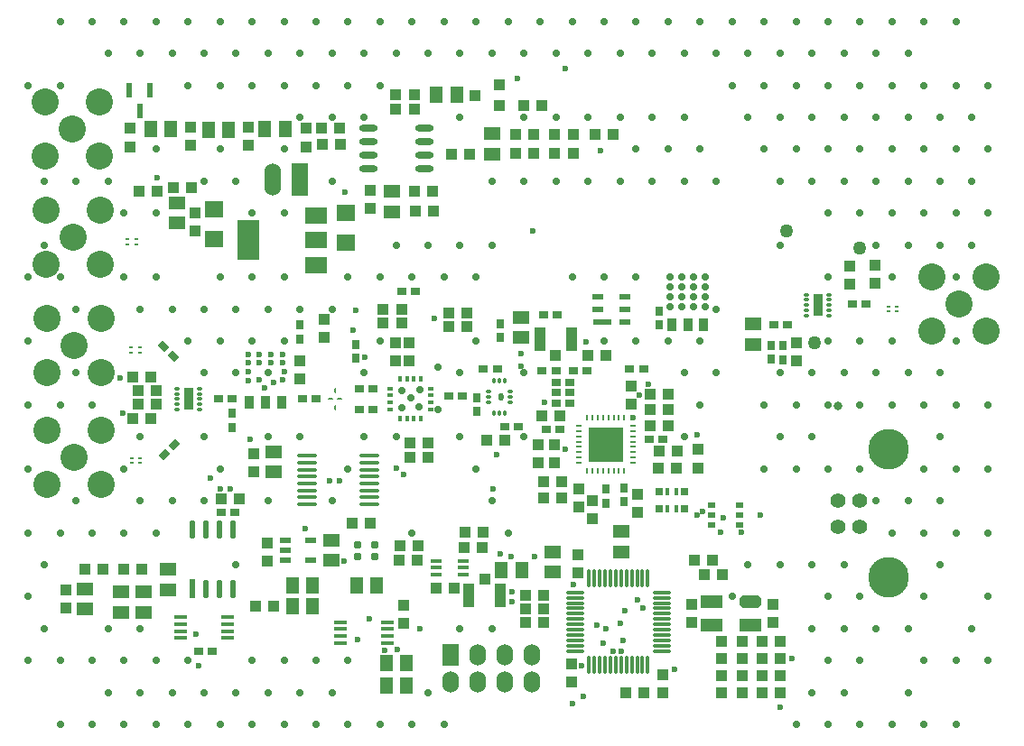
<source format=gbr>
G04 Layer_Color=8388736*
%FSLAX45Y45*%
%MOMM*%
%TF.FileFunction,Soldermask,Top*%
%TF.Part,Single*%
G01*
G75*
%TA.AperFunction,SMDPad,CuDef*%
G04:AMPARAMS|DCode=12|XSize=0.6mm|YSize=0.75mm|CornerRadius=0.15mm|HoleSize=0mm|Usage=FLASHONLY|Rotation=0.000|XOffset=0mm|YOffset=0mm|HoleType=Round|Shape=RoundedRectangle|*
%AMROUNDEDRECTD12*
21,1,0.60000,0.45000,0,0,0.0*
21,1,0.30000,0.75000,0,0,0.0*
1,1,0.30000,0.15000,-0.22500*
1,1,0.30000,-0.15000,-0.22500*
1,1,0.30000,-0.15000,0.22500*
1,1,0.30000,0.15000,0.22500*
%
%ADD12ROUNDEDRECTD12*%
%ADD13O,1.75000X0.30000*%
%ADD14O,0.30000X1.75000*%
%ADD15O,2.00000X0.35000*%
%ADD16R,0.60000X1.40000*%
%ADD17R,2.00660X1.49860*%
%ADD18R,2.00660X3.81000*%
%ADD19O,1.75000X0.60000*%
%ADD20R,1.10000X0.60000*%
%ADD21R,1.00000X1.05000*%
%ADD22R,1.05000X2.20000*%
%ADD23R,0.70000X0.50000*%
%ADD24R,1.01600X1.01600*%
%ADD25O,0.50800X1.77800*%
G04:AMPARAMS|DCode=26|XSize=1.778mm|YSize=0.508mm|CornerRadius=0.0254mm|HoleSize=0mm|Usage=FLASHONLY|Rotation=90.000|XOffset=0mm|YOffset=0mm|HoleType=Round|Shape=RoundedRectangle|*
%AMROUNDEDRECTD26*
21,1,1.77800,0.45720,0,0,90.0*
21,1,1.72720,0.50800,0,0,90.0*
1,1,0.05080,0.22860,0.86360*
1,1,0.05080,0.22860,-0.86360*
1,1,0.05080,-0.22860,-0.86360*
1,1,0.05080,-0.22860,0.86360*
%
%ADD26ROUNDEDRECTD26*%
%ADD27R,1.01600X0.30480*%
%ADD28R,0.65000X0.70000*%
%ADD29R,0.45000X0.70000*%
%ADD30R,1.14300X0.38100*%
%ADD31R,2.00000X1.20000*%
G04:AMPARAMS|DCode=32|XSize=2mm|YSize=1.2mm|CornerRadius=0mm|HoleSize=0mm|Usage=FLASHONLY|Rotation=180.000|XOffset=0mm|YOffset=0mm|HoleType=Round|Shape=Octagon|*
%AMOCTAGOND32*
4,1,8,-1.00000,0.30000,-1.00000,-0.30000,-0.70000,-0.60000,0.70000,-0.60000,1.00000,-0.30000,1.00000,0.30000,0.70000,0.60000,-0.70000,0.60000,-1.00000,0.30000,0.0*
%
%ADD32OCTAGOND32*%

%ADD33R,1.80000X1.60000*%
%ADD34R,1.50000X1.30000*%
%ADD35R,1.30000X1.50000*%
%ADD36R,1.00000X1.10000*%
%ADD37R,1.10000X1.00000*%
%ADD38R,0.70000X0.90000*%
%ADD39R,1.75000X0.60000*%
%ADD40R,1.00000X0.60000*%
%ADD41R,0.90000X2.10000*%
%ADD42O,0.60000X0.30000*%
%ADD43R,0.55000X0.30000*%
%ADD44R,0.30000X0.55000*%
%ADD45R,3.30000X3.30000*%
%ADD46O,0.25000X0.65000*%
%ADD47O,0.65000X0.25000*%
%ADD48O,0.30000X0.60000*%
%ADD49R,0.40000X0.80000*%
%ADD50R,0.90000X1.30000*%
%ADD51R,1.01600X1.01600*%
%ADD52R,0.38000X0.28000*%
G04:AMPARAMS|DCode=53|XSize=0.5mm|YSize=0.25mm|CornerRadius=0.0625mm|HoleSize=0mm|Usage=FLASHONLY|Rotation=90.000|XOffset=0mm|YOffset=0mm|HoleType=Round|Shape=RoundedRectangle|*
%AMROUNDEDRECTD53*
21,1,0.50000,0.12500,0,0,90.0*
21,1,0.37500,0.25000,0,0,90.0*
1,1,0.12500,0.06250,0.18750*
1,1,0.12500,0.06250,-0.18750*
1,1,0.12500,-0.06250,-0.18750*
1,1,0.12500,-0.06250,0.18750*
%
%ADD53ROUNDEDRECTD53*%
G04:AMPARAMS|DCode=54|XSize=0.5mm|YSize=0.25mm|CornerRadius=0.0625mm|HoleSize=0mm|Usage=FLASHONLY|Rotation=0.000|XOffset=0mm|YOffset=0mm|HoleType=Round|Shape=RoundedRectangle|*
%AMROUNDEDRECTD54*
21,1,0.50000,0.12500,0,0,0.0*
21,1,0.37500,0.25000,0,0,0.0*
1,1,0.12500,0.18750,-0.06250*
1,1,0.12500,-0.18750,-0.06250*
1,1,0.12500,-0.18750,0.06250*
1,1,0.12500,0.18750,0.06250*
%
%ADD54ROUNDEDRECTD54*%
%ADD55R,0.90000X0.70000*%
G04:AMPARAMS|DCode=56|XSize=0.7mm|YSize=0.9mm|CornerRadius=0mm|HoleSize=0mm|Usage=FLASHONLY|Rotation=135.000|XOffset=0mm|YOffset=0mm|HoleType=Round|Shape=Rectangle|*
%AMROTATEDRECTD56*
4,1,4,0.56569,0.07071,-0.07071,-0.56569,-0.56569,-0.07071,0.07071,0.56569,0.56569,0.07071,0.0*
%
%ADD56ROTATEDRECTD56*%

G04:AMPARAMS|DCode=57|XSize=0.7mm|YSize=0.9mm|CornerRadius=0mm|HoleSize=0mm|Usage=FLASHONLY|Rotation=225.000|XOffset=0mm|YOffset=0mm|HoleType=Round|Shape=Rectangle|*
%AMROTATEDRECTD57*
4,1,4,-0.07071,0.56569,0.56569,-0.07071,0.07071,-0.56569,-0.56569,0.07071,-0.07071,0.56569,0.0*
%
%ADD57ROTATEDRECTD57*%

%TA.AperFunction,ComponentPad*%
%ADD80C,1.39700*%
%ADD81C,3.81000*%
%ADD83R,1.52400X2.03200*%
%ADD84O,1.52400X2.03200*%
%ADD85R,1.52400X3.04800*%
%ADD86O,1.52400X3.04800*%
%ADD87C,2.54000*%
%TA.AperFunction,ViaPad*%
%ADD89C,0.70000*%
%ADD90C,0.60000*%
%ADD91C,1.27000*%
%ADD104C,0.80320*%
D12*
X3243604Y1902204D02*
D03*
Y1789204D02*
D03*
X3408604D02*
D03*
Y1902204D02*
D03*
D13*
X6097500Y905000D02*
D03*
Y955000D02*
D03*
Y1005000D02*
D03*
Y1055000D02*
D03*
Y1105000D02*
D03*
Y1155000D02*
D03*
Y1205000D02*
D03*
Y1255000D02*
D03*
Y1305000D02*
D03*
Y1355000D02*
D03*
Y1405000D02*
D03*
Y1455000D02*
D03*
X5282500D02*
D03*
Y1405000D02*
D03*
Y1355000D02*
D03*
Y1305000D02*
D03*
Y1255000D02*
D03*
Y1205000D02*
D03*
Y1155000D02*
D03*
Y1105000D02*
D03*
Y1055000D02*
D03*
Y1005000D02*
D03*
Y955000D02*
D03*
Y905000D02*
D03*
D14*
X5965000Y1587500D02*
D03*
X5915000D02*
D03*
X5865000D02*
D03*
X5815000D02*
D03*
X5765000D02*
D03*
X5715000D02*
D03*
X5665000D02*
D03*
X5615000D02*
D03*
X5565000D02*
D03*
X5515000D02*
D03*
X5465000D02*
D03*
X5415000D02*
D03*
Y772500D02*
D03*
X5465000D02*
D03*
X5515000D02*
D03*
X5565000D02*
D03*
X5615000D02*
D03*
X5665000D02*
D03*
X5715000D02*
D03*
X5765000D02*
D03*
X5815000D02*
D03*
X5865000D02*
D03*
X5915000D02*
D03*
X5965000D02*
D03*
D15*
X3350000Y2282500D02*
D03*
Y2347500D02*
D03*
Y2412500D02*
D03*
Y2477500D02*
D03*
Y2542500D02*
D03*
Y2607500D02*
D03*
Y2672500D02*
D03*
Y2737500D02*
D03*
X2770000Y2282500D02*
D03*
Y2347500D02*
D03*
Y2412500D02*
D03*
Y2477500D02*
D03*
Y2542500D02*
D03*
Y2607500D02*
D03*
Y2672500D02*
D03*
Y2737500D02*
D03*
D16*
X1295000Y6165000D02*
D03*
X1105000D02*
D03*
X1200000Y5975000D02*
D03*
D17*
X2851780Y4991140D02*
D03*
Y4760000D02*
D03*
Y4528860D02*
D03*
D18*
X2221860Y4760000D02*
D03*
D19*
X3871102Y5433703D02*
D03*
Y5560703D02*
D03*
Y5687703D02*
D03*
Y5814703D02*
D03*
X3346102Y5433703D02*
D03*
Y5560703D02*
D03*
Y5687703D02*
D03*
Y5814703D02*
D03*
D20*
X2806104Y1945704D02*
D03*
Y1755704D02*
D03*
X2566104D02*
D03*
Y1850704D02*
D03*
Y1945704D02*
D03*
D21*
X4436104Y1575954D02*
D03*
X5100000Y3679750D02*
D03*
D22*
X4583604Y1425704D02*
D03*
X4288604D02*
D03*
X4952500Y3830000D02*
D03*
X5247500D02*
D03*
D23*
X6827500Y2275000D02*
D03*
Y2180000D02*
D03*
Y2085000D02*
D03*
X6562500D02*
D03*
Y2180000D02*
D03*
Y2275000D02*
D03*
D24*
X4570362Y6027683D02*
D03*
Y6220723D02*
D03*
X4346842Y6121663D02*
D03*
D25*
X1698102Y2043603D02*
D03*
X1825102D02*
D03*
X1952102D02*
D03*
X2079102D02*
D03*
Y1484803D02*
D03*
X1952102D02*
D03*
X1825102D02*
D03*
D26*
X1698102D02*
D03*
D27*
X4233104Y1749204D02*
D03*
Y1685704D02*
D03*
Y1622204D02*
D03*
X3979104D02*
D03*
Y1685704D02*
D03*
Y1749204D02*
D03*
D28*
X6070000Y2240000D02*
D03*
Y2400000D02*
D03*
X6310000Y2240000D02*
D03*
Y2400000D02*
D03*
D29*
X6150000Y2240000D02*
D03*
Y2400000D02*
D03*
X6230000Y2240000D02*
D03*
Y2400000D02*
D03*
D30*
X3083601Y1176714D02*
D03*
Y1111690D02*
D03*
Y1046666D02*
D03*
Y981642D02*
D03*
X3523601Y981689D02*
D03*
Y1046713D02*
D03*
Y1111737D02*
D03*
Y1176761D02*
D03*
X2028602Y1026691D02*
D03*
Y1091715D02*
D03*
Y1156739D02*
D03*
Y1221763D02*
D03*
X1588602Y1221715D02*
D03*
Y1156691D02*
D03*
Y1091667D02*
D03*
Y1026643D02*
D03*
D31*
X6930000Y1150000D02*
D03*
X6560000D02*
D03*
Y1370000D02*
D03*
D32*
X6930000D02*
D03*
D33*
X1900000Y4770000D02*
D03*
Y5050000D02*
D03*
X3130000Y5020000D02*
D03*
Y4740000D02*
D03*
D34*
X688602Y1489203D02*
D03*
Y1299203D02*
D03*
X1468602Y1669203D02*
D03*
Y1479203D02*
D03*
X4780000Y4035000D02*
D03*
Y3845000D02*
D03*
X1028602Y1459203D02*
D03*
Y1269203D02*
D03*
X1238602Y1459203D02*
D03*
Y1269203D02*
D03*
X1547500Y4922500D02*
D03*
Y5112500D02*
D03*
X3568602Y5219203D02*
D03*
Y5029203D02*
D03*
X4508602Y5569203D02*
D03*
Y5759203D02*
D03*
X5070000Y1645000D02*
D03*
Y1835000D02*
D03*
X5720000Y2025000D02*
D03*
Y1835000D02*
D03*
X2996103Y1945704D02*
D03*
Y1755704D02*
D03*
X2460000Y2585000D02*
D03*
Y2775000D02*
D03*
X6950000Y3975000D02*
D03*
Y3785000D02*
D03*
D35*
X3515000Y580000D02*
D03*
X3705000D02*
D03*
X2633602Y1324203D02*
D03*
X2823602D02*
D03*
X3233602Y1524203D02*
D03*
X3423602D02*
D03*
X2633602D02*
D03*
X2823602D02*
D03*
X3983602Y6124203D02*
D03*
X4173602D02*
D03*
X1493602Y5804203D02*
D03*
X1303602D02*
D03*
X2033602Y5794203D02*
D03*
X1843602D02*
D03*
X2563602Y5804203D02*
D03*
X2373602D02*
D03*
X4591103Y1665704D02*
D03*
X4781103D02*
D03*
X3705000Y790000D02*
D03*
X3515000D02*
D03*
D36*
X7360000Y3795000D02*
D03*
Y3625000D02*
D03*
X2700000Y3455000D02*
D03*
Y3625000D02*
D03*
X3730000Y3795000D02*
D03*
Y3625000D02*
D03*
X3600000Y3795000D02*
D03*
Y3625000D02*
D03*
X5870000Y2375000D02*
D03*
Y2205000D02*
D03*
X5448602Y2314203D02*
D03*
Y2144203D02*
D03*
X5808602Y3224203D02*
D03*
Y3394203D02*
D03*
X4938602Y2844203D02*
D03*
Y2674203D02*
D03*
X5320001Y2430001D02*
D03*
Y2260002D02*
D03*
X5088602Y2844203D02*
D03*
Y2674203D02*
D03*
X2396103Y1750704D02*
D03*
Y1920704D02*
D03*
X3680000Y1165000D02*
D03*
Y1335000D02*
D03*
X5310000Y1635000D02*
D03*
Y1805000D02*
D03*
X5250000Y785000D02*
D03*
Y615000D02*
D03*
X6110000Y685000D02*
D03*
Y515000D02*
D03*
X6375001Y1170001D02*
D03*
Y1340001D02*
D03*
X7140000Y1345000D02*
D03*
Y1175000D02*
D03*
X1720000Y4845000D02*
D03*
Y5015000D02*
D03*
X2930000Y3845000D02*
D03*
Y4015000D02*
D03*
X2270000Y2585000D02*
D03*
Y2755000D02*
D03*
X7855000Y4350000D02*
D03*
Y4520000D02*
D03*
X3358602Y5059203D02*
D03*
Y5229203D02*
D03*
X1678602Y5649203D02*
D03*
Y5819203D02*
D03*
X2218602Y5649203D02*
D03*
Y5819203D02*
D03*
X508602Y1479203D02*
D03*
Y1309203D02*
D03*
X8095000Y4360000D02*
D03*
Y4530000D02*
D03*
X2758602Y5809203D02*
D03*
Y5639203D02*
D03*
X1108602Y5809203D02*
D03*
Y5639203D02*
D03*
X6440000Y2625000D02*
D03*
Y2795000D02*
D03*
D37*
X3655000Y3980000D02*
D03*
X3485000D02*
D03*
X3735000Y2720000D02*
D03*
X3905000D02*
D03*
X3735000Y2860000D02*
D03*
X3905000D02*
D03*
X5143602Y3109203D02*
D03*
X4973602D02*
D03*
X6073602Y2779203D02*
D03*
X6243602D02*
D03*
X5155001Y2345001D02*
D03*
X4985001D02*
D03*
X6155001Y3170002D02*
D03*
X5985001D02*
D03*
X5985001Y3020002D02*
D03*
X6155001D02*
D03*
X1965000Y2330000D02*
D03*
X2135000D02*
D03*
X3631103Y1755704D02*
D03*
X3801103D02*
D03*
X4425000Y2020000D02*
D03*
X4255000D02*
D03*
X4245000Y1880000D02*
D03*
X4415000D02*
D03*
X3811104Y1895704D02*
D03*
X3641104D02*
D03*
X3191103Y2105704D02*
D03*
X3361103D02*
D03*
X6495000Y1620000D02*
D03*
X6665000D02*
D03*
X1517500Y5257500D02*
D03*
X1687500D02*
D03*
X1365000Y5220000D02*
D03*
X1195000D02*
D03*
X4623607Y2884205D02*
D03*
X4453607D02*
D03*
X1355000Y3350000D02*
D03*
X1185000D02*
D03*
X1355000Y3220000D02*
D03*
X1185000D02*
D03*
X6405000Y1760000D02*
D03*
X6575000D02*
D03*
X4265000Y3950000D02*
D03*
X4095000D02*
D03*
X4265000Y4080000D02*
D03*
X4095000D02*
D03*
X3603602Y5994203D02*
D03*
X3773602D02*
D03*
Y6124203D02*
D03*
X3603602D02*
D03*
X3073602Y5814203D02*
D03*
X2903602D02*
D03*
X3953602Y5034203D02*
D03*
X3783602D02*
D03*
X3083602Y5664203D02*
D03*
X2913602D02*
D03*
X4123602Y5564203D02*
D03*
X4293602D02*
D03*
X3943602Y5224203D02*
D03*
X3773602D02*
D03*
X5643602Y5754203D02*
D03*
X5473602D02*
D03*
X4723602D02*
D03*
X4893602D02*
D03*
X5155001Y2495002D02*
D03*
X4985001D02*
D03*
X5988602Y3314203D02*
D03*
X6158602D02*
D03*
X6230001Y2620001D02*
D03*
X6060001D02*
D03*
X2453602Y1324203D02*
D03*
X2283602D02*
D03*
X853602Y1674203D02*
D03*
X683602D02*
D03*
X1223602D02*
D03*
X1053602D02*
D03*
X4151104Y1495704D02*
D03*
X3981104D02*
D03*
X7209599Y515402D02*
D03*
X7039599D02*
D03*
X7209599Y675401D02*
D03*
X7039599D02*
D03*
X7209599Y835401D02*
D03*
X7039599D02*
D03*
X7209599Y995402D02*
D03*
X7039599D02*
D03*
X5755000Y510000D02*
D03*
X5925000D02*
D03*
X4815000Y1430000D02*
D03*
X4985000D02*
D03*
X4815000Y1300000D02*
D03*
X4985000D02*
D03*
X4815000Y1170000D02*
D03*
X4985000D02*
D03*
X3655000Y4110000D02*
D03*
X3485000D02*
D03*
X4803602Y6024203D02*
D03*
X4973602D02*
D03*
X5263602Y5754203D02*
D03*
X5093602D02*
D03*
X5263602Y5574203D02*
D03*
X5093602D02*
D03*
X4893602D02*
D03*
X4723602D02*
D03*
X1305000Y3480000D02*
D03*
X1135000D02*
D03*
X1135000Y3090000D02*
D03*
X1305000D02*
D03*
X5405000Y3680000D02*
D03*
X5575000D02*
D03*
D38*
X3230000Y3655000D02*
D03*
Y3785000D02*
D03*
X2700000Y3965000D02*
D03*
Y3835000D02*
D03*
X5745001Y2435002D02*
D03*
Y2305002D02*
D03*
X4580000Y3975000D02*
D03*
Y3845000D02*
D03*
X2070000Y3135000D02*
D03*
Y3005000D02*
D03*
X4360000Y3285000D02*
D03*
Y3155000D02*
D03*
X5568602Y2424203D02*
D03*
Y2294203D02*
D03*
X6070000Y3965000D02*
D03*
Y4095000D02*
D03*
X7120000Y3645000D02*
D03*
Y3775000D02*
D03*
X7230000Y3640000D02*
D03*
Y3770000D02*
D03*
D39*
X5537500Y3990000D02*
D03*
D40*
X5500000Y4110000D02*
D03*
Y4230000D02*
D03*
X5750000D02*
D03*
Y4110000D02*
D03*
Y3990000D02*
D03*
D41*
X7560000Y4150000D02*
D03*
X1658601Y3269201D02*
D03*
D42*
X7665000Y4250000D02*
D03*
Y4200000D02*
D03*
Y4150000D02*
D03*
Y4100000D02*
D03*
Y4050000D02*
D03*
X7455000D02*
D03*
Y4100000D02*
D03*
Y4150000D02*
D03*
Y4200000D02*
D03*
Y4250000D02*
D03*
X4468605Y3339204D02*
D03*
Y3289204D02*
D03*
Y3239204D02*
D03*
X4678605D02*
D03*
Y3289204D02*
D03*
Y3339204D02*
D03*
X1763601Y3369202D02*
D03*
Y3319201D02*
D03*
Y3269201D02*
D03*
Y3219201D02*
D03*
Y3169201D02*
D03*
X1553601D02*
D03*
Y3219201D02*
D03*
Y3269201D02*
D03*
Y3319201D02*
D03*
Y3369202D02*
D03*
D43*
X3927500Y3172500D02*
D03*
Y3237500D02*
D03*
X3930000Y3302500D02*
D03*
X3930000Y3367500D02*
D03*
X3550000D02*
D03*
Y3302500D02*
D03*
Y3237500D02*
D03*
Y3172500D02*
D03*
D44*
X3837500Y3457500D02*
D03*
X3772500D02*
D03*
X3707500D02*
D03*
X3642500D02*
D03*
Y3082500D02*
D03*
X3707500D02*
D03*
X3772500D02*
D03*
X3837500D02*
D03*
D45*
X5570001Y2845001D02*
D03*
D46*
X5745001Y2592501D02*
D03*
X5695001D02*
D03*
X5645001D02*
D03*
X5595002D02*
D03*
X5545001D02*
D03*
X5495001D02*
D03*
X5445001D02*
D03*
X5395001D02*
D03*
Y3097501D02*
D03*
X5445001D02*
D03*
X5495001D02*
D03*
X5545001D02*
D03*
X5595002D02*
D03*
X5645001D02*
D03*
X5695001D02*
D03*
X5745001D02*
D03*
D47*
X5317501Y2670001D02*
D03*
Y2720001D02*
D03*
Y2770001D02*
D03*
Y2820001D02*
D03*
Y2870001D02*
D03*
Y2920001D02*
D03*
Y2970001D02*
D03*
Y3020001D02*
D03*
X5822501D02*
D03*
Y2970001D02*
D03*
Y2920001D02*
D03*
Y2870001D02*
D03*
Y2820001D02*
D03*
Y2770001D02*
D03*
Y2720001D02*
D03*
Y2670001D02*
D03*
D48*
X4623605Y3444204D02*
D03*
X4573605D02*
D03*
X4523605D02*
D03*
Y3134204D02*
D03*
X4573605D02*
D03*
X4623605D02*
D03*
D49*
X4593605Y3289204D02*
D03*
D50*
X2230000Y3237500D02*
D03*
X2530000D02*
D03*
X2380000D02*
D03*
X6340000Y3967500D02*
D03*
X6490000D02*
D03*
X6190000D02*
D03*
D51*
X6655539Y675401D02*
D03*
X6853659D02*
D03*
X6655539Y515402D02*
D03*
X6853659D02*
D03*
X6655539Y835401D02*
D03*
X6853659D02*
D03*
X6655539Y995402D02*
D03*
X6853659D02*
D03*
D52*
X1207500Y2667500D02*
D03*
X1127500D02*
D03*
Y2717500D02*
D03*
X1207500D02*
D03*
X1167500Y4717500D02*
D03*
X1087500D02*
D03*
Y4767500D02*
D03*
X1167500D02*
D03*
X8300000Y4090000D02*
D03*
X8220000D02*
D03*
Y4140000D02*
D03*
X8300000D02*
D03*
X1202500Y3702500D02*
D03*
X1122500D02*
D03*
Y3752500D02*
D03*
X1202500D02*
D03*
D53*
X3033601Y3186702D02*
D03*
Y3351702D02*
D03*
D54*
X2988601Y3269202D02*
D03*
X3078601D02*
D03*
D55*
X5980001Y2895002D02*
D03*
X6110001D02*
D03*
X5143602Y2989203D02*
D03*
X5013602D02*
D03*
X5925000Y3550000D02*
D03*
X5795000D02*
D03*
X5103602Y3329203D02*
D03*
X5233602D02*
D03*
X5103602Y3429203D02*
D03*
X5233602D02*
D03*
X1965000Y2210000D02*
D03*
X2095000D02*
D03*
X4623606Y3009205D02*
D03*
X4753606D02*
D03*
X3388602Y3364203D02*
D03*
X3258602D02*
D03*
X2070000Y3269201D02*
D03*
X1940000D02*
D03*
X2855000Y3270000D02*
D03*
X2725000D02*
D03*
X3387500Y3175000D02*
D03*
X3257500D02*
D03*
X4225000Y3300000D02*
D03*
X4095000D02*
D03*
X3785000Y4280000D02*
D03*
X3655000D02*
D03*
X8015000Y4160000D02*
D03*
X7885000D02*
D03*
X5233602Y3229203D02*
D03*
X5103602D02*
D03*
X5263602Y3539203D02*
D03*
X5393602D02*
D03*
X4973602D02*
D03*
X5103602D02*
D03*
X1755000Y900000D02*
D03*
X1885000D02*
D03*
X7275000Y3970000D02*
D03*
X7145000D02*
D03*
X5115000Y4060000D02*
D03*
X4985000D02*
D03*
X4555000Y3550000D02*
D03*
X4425000D02*
D03*
D56*
X1431538Y2749038D02*
D03*
X1523462Y2840962D02*
D03*
D57*
X1424038Y3763462D02*
D03*
X1515962Y3671539D02*
D03*
D80*
X7950000Y2319999D02*
D03*
X7750001D02*
D03*
X7749998Y2070000D02*
D03*
X7950000D02*
D03*
D81*
X8221000Y1593001D02*
D03*
Y2797001D02*
D03*
D83*
X4119000Y867000D02*
D03*
D84*
Y613000D02*
D03*
X4373000Y867000D02*
D03*
Y613000D02*
D03*
X4627000Y867000D02*
D03*
Y613000D02*
D03*
X4881000Y867000D02*
D03*
Y613000D02*
D03*
D85*
X2700000Y5330000D02*
D03*
D86*
X2446000D02*
D03*
D87*
X568602Y5804203D02*
D03*
X314602Y6058203D02*
D03*
Y5550203D02*
D03*
X822602D02*
D03*
Y6058203D02*
D03*
X583600Y2724201D02*
D03*
X329600Y2978201D02*
D03*
Y2470201D02*
D03*
X837600D02*
D03*
Y2978201D02*
D03*
X573602Y4789203D02*
D03*
X319602Y5043203D02*
D03*
Y4535203D02*
D03*
X827602D02*
D03*
Y5043203D02*
D03*
X583601Y3769202D02*
D03*
X329601Y4023202D02*
D03*
Y3515202D02*
D03*
X837601D02*
D03*
Y4023202D02*
D03*
X8885000Y4160000D02*
D03*
X8631000Y4414000D02*
D03*
Y3906000D02*
D03*
X9139000D02*
D03*
Y4414000D02*
D03*
D89*
X9154988Y6214999D02*
D03*
Y5614999D02*
D03*
Y5014999D02*
D03*
Y3215000D02*
D03*
Y2615000D02*
D03*
Y2015000D02*
D03*
Y1415000D02*
D03*
Y815001D02*
D03*
X8854988Y6814999D02*
D03*
Y6214999D02*
D03*
X9004988Y5914999D02*
D03*
X8854988Y5614999D02*
D03*
X9004988Y5314999D02*
D03*
X8854988Y5014999D02*
D03*
X9004988Y4714999D02*
D03*
X8854988Y4415000D02*
D03*
Y3815000D02*
D03*
Y3215000D02*
D03*
Y2615000D02*
D03*
Y2015000D02*
D03*
X9004988Y1115001D02*
D03*
X8854988Y815001D02*
D03*
Y215001D02*
D03*
X8554988Y6814999D02*
D03*
Y6214999D02*
D03*
X8704988Y5914999D02*
D03*
X8554988Y5614999D02*
D03*
X8704988Y5314999D02*
D03*
X8554988Y5014999D02*
D03*
X8704988Y4714999D02*
D03*
Y3515000D02*
D03*
X8554988Y3215000D02*
D03*
X8704988Y2915000D02*
D03*
X8554988Y2615000D02*
D03*
X8704988Y2315000D02*
D03*
X8554988Y2015000D02*
D03*
X8704988Y1715000D02*
D03*
X8554988Y1415000D02*
D03*
Y815001D02*
D03*
Y215001D02*
D03*
X8254988Y6814999D02*
D03*
X8404988Y6514999D02*
D03*
X8254988Y6214999D02*
D03*
X8404988Y5914999D02*
D03*
X8254988Y5614999D02*
D03*
X8404988Y5314999D02*
D03*
X8254988Y5014999D02*
D03*
X8404988Y4714999D02*
D03*
X8254988Y4415000D02*
D03*
Y3815000D02*
D03*
X8404988Y3515000D02*
D03*
X8254988Y3215000D02*
D03*
X8404988Y2315000D02*
D03*
X8254988Y2015000D02*
D03*
X8404988Y1115001D02*
D03*
Y515001D02*
D03*
X8254988Y215001D02*
D03*
X7954988Y6814999D02*
D03*
X8104988Y6514999D02*
D03*
X7954988Y6214999D02*
D03*
X8104988Y5914999D02*
D03*
X7954988Y5614999D02*
D03*
X8104988Y5314999D02*
D03*
X7954988Y5014999D02*
D03*
X8104988Y4714999D02*
D03*
X7954988Y3815000D02*
D03*
X8104988Y3515000D02*
D03*
X7954988Y3215000D02*
D03*
Y2615000D02*
D03*
X8104988Y2315000D02*
D03*
X7954988Y1415000D02*
D03*
X8104988Y1115001D02*
D03*
X7954988Y815001D02*
D03*
Y215001D02*
D03*
X7654988Y6814999D02*
D03*
X7804988Y6514999D02*
D03*
X7654988Y6214999D02*
D03*
X7804988Y5914999D02*
D03*
X7654988Y5614999D02*
D03*
X7804988Y5314999D02*
D03*
X7654988Y5014999D02*
D03*
Y4415000D02*
D03*
Y3815000D02*
D03*
X7804988Y3515000D02*
D03*
X7654988Y3215000D02*
D03*
Y2615000D02*
D03*
X7804988Y1715000D02*
D03*
X7654988Y1415000D02*
D03*
X7804988Y1115001D02*
D03*
X7654988Y815001D02*
D03*
X7804988Y515001D02*
D03*
X7654988Y215001D02*
D03*
X7354988Y6814999D02*
D03*
X7504988Y6514999D02*
D03*
X7354988Y6214999D02*
D03*
X7504988Y5914999D02*
D03*
X7354988Y5614999D02*
D03*
X7504988Y5314999D02*
D03*
Y3515000D02*
D03*
X7354988Y3215000D02*
D03*
X7504988Y2915000D02*
D03*
X7354988Y2615000D02*
D03*
X7504988Y1715000D02*
D03*
Y1115001D02*
D03*
Y515001D02*
D03*
X7354988Y215001D02*
D03*
X7054988Y6814999D02*
D03*
X7204988Y6514999D02*
D03*
X7054988Y6214999D02*
D03*
X7204988Y5914999D02*
D03*
X7054988Y5614999D02*
D03*
X7204988Y5314999D02*
D03*
Y4714999D02*
D03*
Y3515000D02*
D03*
X7054988Y3215000D02*
D03*
X7204988Y2915000D02*
D03*
X7054988Y2615000D02*
D03*
X7204988Y1715000D02*
D03*
X6754988Y6814999D02*
D03*
X6904988Y6514999D02*
D03*
X6754988Y6214999D02*
D03*
X6904988Y5914999D02*
D03*
Y1715000D02*
D03*
X6754988Y1415000D02*
D03*
X6454988Y6814999D02*
D03*
X6604988Y6514999D02*
D03*
X6454988Y5614999D02*
D03*
X6604988Y5314999D02*
D03*
Y4115000D02*
D03*
X6454988Y3815000D02*
D03*
X6604988Y3515000D02*
D03*
X6454988Y3215000D02*
D03*
X6154988Y6814999D02*
D03*
X6304988Y6514999D02*
D03*
Y5914999D02*
D03*
X6154988Y5614999D02*
D03*
X6304988Y5314999D02*
D03*
X6154988Y3815000D02*
D03*
X6304988Y3515000D02*
D03*
Y2915000D02*
D03*
X5854989Y6814999D02*
D03*
X6004988Y6514999D02*
D03*
Y5914999D02*
D03*
X5854989Y5614999D02*
D03*
X6004988Y5314999D02*
D03*
X5854989Y4415000D02*
D03*
Y3815000D02*
D03*
X5554989Y6814999D02*
D03*
X5704989Y6514999D02*
D03*
Y5914999D02*
D03*
Y5314999D02*
D03*
X5554989Y4415000D02*
D03*
Y3815000D02*
D03*
X5254989Y6814999D02*
D03*
X5404989Y6514999D02*
D03*
Y5914999D02*
D03*
Y5314999D02*
D03*
X5254989Y4415000D02*
D03*
X4954989Y6814999D02*
D03*
X5104989Y6514999D02*
D03*
Y5914999D02*
D03*
Y5314999D02*
D03*
X4654989Y6814999D02*
D03*
X4804989Y6514999D02*
D03*
Y5914999D02*
D03*
Y5314999D02*
D03*
Y3515000D02*
D03*
Y2915000D02*
D03*
X4654989Y2015000D02*
D03*
X4354989Y6814999D02*
D03*
X4504989Y6514999D02*
D03*
Y5314999D02*
D03*
Y4714999D02*
D03*
X4354989Y4415000D02*
D03*
Y3815000D02*
D03*
Y2615000D02*
D03*
X4504989Y2315000D02*
D03*
Y1115001D02*
D03*
X4054989Y6814999D02*
D03*
X4204989Y6514999D02*
D03*
Y5914999D02*
D03*
Y4714999D02*
D03*
X4054989Y4415000D02*
D03*
X4204989Y3515000D02*
D03*
Y2915000D02*
D03*
Y1115001D02*
D03*
X4054989Y215001D02*
D03*
X3754989Y6814999D02*
D03*
X3904989Y6514999D02*
D03*
Y4714999D02*
D03*
X3754989Y4415000D02*
D03*
Y2015000D02*
D03*
X3904989Y515001D02*
D03*
X3754989Y215001D02*
D03*
X3454989Y6814999D02*
D03*
X3604989Y6514999D02*
D03*
X3454989Y6214999D02*
D03*
X3604989Y4714999D02*
D03*
X3454989Y4415000D02*
D03*
Y3815000D02*
D03*
X3604989Y2915000D02*
D03*
X3454989Y215001D02*
D03*
X3154989Y6814999D02*
D03*
X3304989Y6514999D02*
D03*
X3154989Y6214999D02*
D03*
X3304989Y5914999D02*
D03*
X3154989Y4415000D02*
D03*
X3304989Y3515000D02*
D03*
Y2915000D02*
D03*
X3154989Y2615000D02*
D03*
Y815001D02*
D03*
Y215001D02*
D03*
X2854989Y6814999D02*
D03*
X3004989Y6514999D02*
D03*
X2854989Y6214999D02*
D03*
X3004989Y5914999D02*
D03*
Y5314999D02*
D03*
Y4115000D02*
D03*
Y2315000D02*
D03*
X2854989Y815001D02*
D03*
X3004989Y515001D02*
D03*
X2854989Y215001D02*
D03*
X2554990Y6814999D02*
D03*
X2704990Y6514999D02*
D03*
X2554990Y6214999D02*
D03*
X2704990Y5914999D02*
D03*
X2554990Y5614999D02*
D03*
Y5014999D02*
D03*
Y4415000D02*
D03*
X2704990Y4115000D02*
D03*
X2554990Y3815000D02*
D03*
X2704990Y2915000D02*
D03*
X2554990Y815001D02*
D03*
X2704990Y515001D02*
D03*
X2554990Y215001D02*
D03*
X2254990Y6814999D02*
D03*
X2404990Y6514999D02*
D03*
X2254990Y6214999D02*
D03*
Y5014999D02*
D03*
Y4415000D02*
D03*
X2404990Y4115000D02*
D03*
X2254990Y3815000D02*
D03*
X2404990Y3515000D02*
D03*
Y2915000D02*
D03*
Y2315000D02*
D03*
X2254990Y815001D02*
D03*
X2404990Y515001D02*
D03*
X2254990Y215001D02*
D03*
X1954990Y6814999D02*
D03*
X2104990Y6514999D02*
D03*
X1954990Y6214999D02*
D03*
Y5614999D02*
D03*
X2104990Y5314999D02*
D03*
X1954990Y4415000D02*
D03*
X2104990Y4115000D02*
D03*
X1954990Y3815000D02*
D03*
X2104990Y3515000D02*
D03*
X1954990Y2615000D02*
D03*
X2104990Y1715000D02*
D03*
Y515001D02*
D03*
X1954990Y215001D02*
D03*
X1654990Y6814999D02*
D03*
X1804990Y6514999D02*
D03*
X1654990Y6214999D02*
D03*
X1804990Y5314999D02*
D03*
Y4115000D02*
D03*
X1654990Y3815000D02*
D03*
X1804990Y3515000D02*
D03*
Y2915000D02*
D03*
Y2315000D02*
D03*
X1654990Y815001D02*
D03*
X1804990Y515001D02*
D03*
X1654990Y215001D02*
D03*
X1354990Y6814999D02*
D03*
X1504990Y6514999D02*
D03*
X1354990Y5614999D02*
D03*
Y5014999D02*
D03*
Y4415000D02*
D03*
X1504990Y4115000D02*
D03*
Y2315000D02*
D03*
X1354990Y2015000D02*
D03*
Y815001D02*
D03*
X1504990Y515001D02*
D03*
X1354990Y215001D02*
D03*
X1054990Y6814999D02*
D03*
X1204990Y6514999D02*
D03*
X1054990Y5014999D02*
D03*
Y4415000D02*
D03*
X1204990Y4115000D02*
D03*
Y2915000D02*
D03*
X1054990Y2615000D02*
D03*
X1204990Y2315000D02*
D03*
X1054990Y2015000D02*
D03*
X1204990Y1115001D02*
D03*
X1054990Y815001D02*
D03*
X1204990Y515001D02*
D03*
X1054990Y215001D02*
D03*
X754990Y6814999D02*
D03*
X904990Y6514999D02*
D03*
Y5314999D02*
D03*
X754990Y3215000D02*
D03*
Y2015000D02*
D03*
X904990Y1115001D02*
D03*
X754990Y815001D02*
D03*
X904990Y515001D02*
D03*
X754990Y215001D02*
D03*
X454990Y6814999D02*
D03*
Y6214999D02*
D03*
X604990Y5314999D02*
D03*
X454990Y4415000D02*
D03*
X604990Y4115000D02*
D03*
Y3515000D02*
D03*
X454990Y3215000D02*
D03*
X604990Y2315000D02*
D03*
X454990Y2015000D02*
D03*
Y815001D02*
D03*
Y215001D02*
D03*
X154990Y6214999D02*
D03*
X304990Y5314999D02*
D03*
Y4714999D02*
D03*
X154990Y4415000D02*
D03*
Y3815000D02*
D03*
Y3215000D02*
D03*
Y2615000D02*
D03*
Y2015000D02*
D03*
X304990Y1715000D02*
D03*
X154990Y1415000D02*
D03*
X304990Y1115001D02*
D03*
X154990Y815001D02*
D03*
X3817612Y3192443D02*
D03*
X3657612Y3189942D02*
D03*
X3745001Y3280001D02*
D03*
X3825001Y3355001D02*
D03*
X3660001Y3350001D02*
D03*
X6500001Y4135001D02*
D03*
Y4230001D02*
D03*
Y4420001D02*
D03*
Y4325002D02*
D03*
X6395001Y4135001D02*
D03*
Y4230001D02*
D03*
Y4420001D02*
D03*
Y4325002D02*
D03*
X6280001Y4135001D02*
D03*
Y4230001D02*
D03*
Y4420001D02*
D03*
Y4325002D02*
D03*
X6175001D02*
D03*
Y4420001D02*
D03*
Y4230001D02*
D03*
Y4135001D02*
D03*
X4000001Y3565001D02*
D03*
X3995001Y3172500D02*
D03*
D90*
X7019987Y2179996D02*
D03*
X2555001Y3530001D02*
D03*
X4550001Y2750001D02*
D03*
X4780001Y3700001D02*
D03*
X4780003Y3575001D02*
D03*
X4885001Y4850001D02*
D03*
X3832008Y1115375D02*
D03*
X3495001Y910001D02*
D03*
X3615001Y915001D02*
D03*
X2235001Y2895001D02*
D03*
X5390001Y3805001D02*
D03*
X5265001Y1530001D02*
D03*
X3315001Y3665001D02*
D03*
X3965001Y4025001D02*
D03*
X3230001Y4100001D02*
D03*
X3205001Y3920001D02*
D03*
X7210001Y380001D02*
D03*
X5525001Y5600001D02*
D03*
X4900001Y1790001D02*
D03*
X5195001Y6375001D02*
D03*
X5735001Y1000001D02*
D03*
X4593605Y3289204D02*
D03*
X4515001Y2425001D02*
D03*
X3075001Y2500001D02*
D03*
X2980001Y2505001D02*
D03*
X1365001Y5350001D02*
D03*
X1015001Y3470001D02*
D03*
X2050001Y2425001D02*
D03*
X1045001Y3140001D02*
D03*
X1865001Y2530001D02*
D03*
X3245001Y1015001D02*
D03*
X3355001Y1205001D02*
D03*
X3675001Y2560001D02*
D03*
X3610001Y2620001D02*
D03*
X6649987Y2019996D02*
D03*
X6845001Y2020001D02*
D03*
X6430000Y2180000D02*
D03*
X6480001Y2215001D02*
D03*
X6670001Y2155001D02*
D03*
X4695001Y1460001D02*
D03*
Y1370001D02*
D03*
X1755001Y765001D02*
D03*
X5000001Y3235001D02*
D03*
X5868602Y2376398D02*
D03*
X5448602Y2314203D02*
D03*
X6073602Y2779203D02*
D03*
X5973603Y3409204D02*
D03*
X5888602Y3305564D02*
D03*
X5705001Y1165001D02*
D03*
X5750001Y1285001D02*
D03*
X5575001Y1115001D02*
D03*
X5490001Y1150001D02*
D03*
X5870001Y1385001D02*
D03*
X4680001Y1790001D02*
D03*
X7315001Y835001D02*
D03*
X5640002Y904851D02*
D03*
X5359989Y479999D02*
D03*
X5715001Y900001D02*
D03*
X5255001Y410001D02*
D03*
X5920001Y1305001D02*
D03*
X6220001Y735001D02*
D03*
X5345001Y765001D02*
D03*
X4585001Y1820001D02*
D03*
X1960001Y2430001D02*
D03*
X3120001Y1745001D02*
D03*
X2755001Y2050001D02*
D03*
X1725001Y1065001D02*
D03*
X4745001Y6280001D02*
D03*
X3125001Y5210001D02*
D03*
X6430001Y2930001D02*
D03*
X5188604Y2799204D02*
D03*
X5822501Y3095001D02*
D03*
X5550001Y975001D02*
D03*
X2220001Y3685001D02*
D03*
X2325001Y3690001D02*
D03*
X2435001D02*
D03*
X2545001D02*
D03*
Y3615001D02*
D03*
X2435001D02*
D03*
X2325001D02*
D03*
X2220001Y3610001D02*
D03*
Y3530001D02*
D03*
X2545001Y3450001D02*
D03*
X2460001Y3425001D02*
D03*
X2325001Y3450001D02*
D03*
X2220001Y3445001D02*
D03*
X2375001Y3375001D02*
D03*
D91*
X7530001Y3795001D02*
D03*
X7955001Y4690001D02*
D03*
X7265001Y4850001D02*
D03*
D104*
X7750001Y3205002D02*
D03*
%TF.MD5,38e9d98d0768279cdc6ed01d78060b95*%
M02*

</source>
